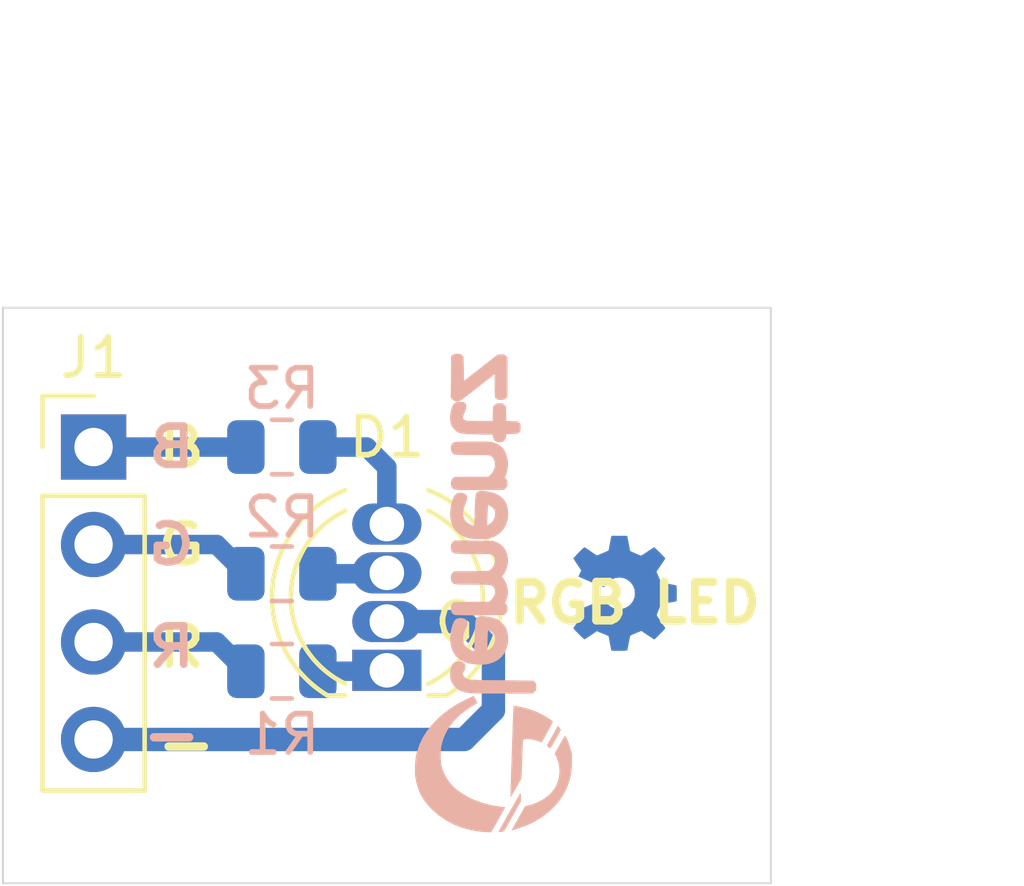
<source format=kicad_pcb>
(kicad_pcb (version 20171130) (host pcbnew 5.1.5-52549c5~86~ubuntu16.04.1)

  (general
    (thickness 1.6)
    (drawings 16)
    (tracks 19)
    (zones 0)
    (modules 9)
    (nets 8)
  )

  (page A4)
  (title_block
    (title "DIP 3 Color LED Module ")
    (date 2020-10-09)
    (rev V1.0)
    (company "Elementz Engineers Guild Pvt Ltd")
    (comment 1 "Verified by : Jerryl")
    (comment 2 "Drawn by : Anandu")
  )

  (layers
    (0 F.Cu signal)
    (31 B.Cu signal)
    (32 B.Adhes user hide)
    (33 F.Adhes user hide)
    (34 B.Paste user)
    (35 F.Paste user)
    (36 B.SilkS user)
    (37 F.SilkS user)
    (38 B.Mask user)
    (39 F.Mask user)
    (40 Dwgs.User user)
    (41 Cmts.User user)
    (42 Eco1.User user hide)
    (43 Eco2.User user hide)
    (44 Edge.Cuts user)
    (45 Margin user hide)
    (46 B.CrtYd user hide)
    (47 F.CrtYd user hide)
    (48 B.Fab user hide)
    (49 F.Fab user hide)
  )

  (setup
    (last_trace_width 0.508)
    (trace_clearance 0.2)
    (zone_clearance 0.508)
    (zone_45_only no)
    (trace_min 0.2)
    (via_size 0.8)
    (via_drill 0.4)
    (via_min_size 0.4)
    (via_min_drill 0.3)
    (uvia_size 0.3)
    (uvia_drill 0.1)
    (uvias_allowed no)
    (uvia_min_size 0.2)
    (uvia_min_drill 0.1)
    (edge_width 0.05)
    (segment_width 0.2)
    (pcb_text_width 0.3)
    (pcb_text_size 1.5 1.5)
    (mod_edge_width 0.12)
    (mod_text_size 1 1)
    (mod_text_width 0.15)
    (pad_size 1.524 1.524)
    (pad_drill 0.762)
    (pad_to_mask_clearance 0)
    (aux_axis_origin 0 0)
    (visible_elements FFFFFF7F)
    (pcbplotparams
      (layerselection 0x010f4_fffffffe)
      (usegerberextensions false)
      (usegerberattributes true)
      (usegerberadvancedattributes true)
      (creategerberjobfile true)
      (excludeedgelayer true)
      (linewidth 0.100000)
      (plotframeref false)
      (viasonmask false)
      (mode 1)
      (useauxorigin false)
      (hpglpennumber 1)
      (hpglpenspeed 20)
      (hpglpendiameter 15.000000)
      (psnegative false)
      (psa4output false)
      (plotreference true)
      (plotvalue false)
      (plotinvisibletext false)
      (padsonsilk false)
      (subtractmaskfromsilk false)
      (outputformat 3)
      (mirror false)
      (drillshape 0)
      (scaleselection 1)
      (outputdirectory "DXF09102020"))
  )

  (net 0 "")
  (net 1 "Net-(D1-Pad4)")
  (net 2 "Net-(D1-Pad3)")
  (net 3 GND)
  (net 4 "Net-(D1-Pad1)")
  (net 5 /R)
  (net 6 /G)
  (net 7 /B)

  (net_class Default "This is the default net class."
    (clearance 0.2)
    (trace_width 0.508)
    (via_dia 0.8)
    (via_drill 0.4)
    (uvia_dia 0.3)
    (uvia_drill 0.1)
    (add_net /B)
    (add_net /G)
    (add_net /R)
    (add_net "Net-(D1-Pad1)")
    (add_net "Net-(D1-Pad3)")
    (add_net "Net-(D1-Pad4)")
  )

  (net_class GND ""
    (clearance 0.2)
    (trace_width 0.6096)
    (via_dia 0.8)
    (via_drill 0.4)
    (uvia_dia 0.3)
    (uvia_drill 0.1)
    (add_net GND)
  )

  (module Logo:logo1 (layer B.Cu) (tedit 0) (tstamp 5F809C56)
    (at 141.986 98.171 90)
    (fp_text reference G*** (at 0 0 270) (layer B.SilkS) hide
      (effects (font (size 1.524 1.524) (thickness 0.3)) (justify mirror))
    )
    (fp_text value LOGO (at 0.75 0 270) (layer B.SilkS) hide
      (effects (font (size 1.524 1.524) (thickness 0.3)) (justify mirror))
    )
    (fp_poly (pts (xy -5.577609 0.288045) (xy -5.573084 0.255652) (xy -5.567141 0.209238) (xy -5.563307 0.1778)
      (xy -5.523404 -0.065291) (xy -5.463799 -0.294458) (xy -5.38483 -0.508863) (xy -5.286833 -0.707668)
      (xy -5.170148 -0.890035) (xy -5.093944 -0.98806) (xy -4.989551 -1.095173) (xy -4.866913 -1.190178)
      (xy -4.731724 -1.269451) (xy -4.58968 -1.329371) (xy -4.52755 -1.348381) (xy -4.440989 -1.365376)
      (xy -4.337916 -1.375513) (xy -4.226276 -1.378802) (xy -4.11401 -1.375253) (xy -4.009061 -1.36488)
      (xy -3.919372 -1.347691) (xy -3.918802 -1.347542) (xy -3.745271 -1.290696) (xy -3.582443 -1.213037)
      (xy -3.429461 -1.113872) (xy -3.285468 -0.992513) (xy -3.149607 -0.848268) (xy -3.021024 -0.680445)
      (xy -2.941568 -0.559403) (xy -2.854337 -0.418682) (xy -2.770194 -0.465208) (xy -2.729353 -0.487935)
      (xy -2.698133 -0.505582) (xy -2.682341 -0.514861) (xy -2.681594 -0.515381) (xy -2.685309 -0.527428)
      (xy -2.698449 -0.558359) (xy -2.719253 -0.604257) (xy -2.74596 -0.661202) (xy -2.765247 -0.701452)
      (xy -2.869663 -0.902353) (xy -2.979661 -1.082913) (xy -3.098606 -1.24809) (xy -3.229862 -1.402848)
      (xy -3.27025 -1.446006) (xy -3.432617 -1.601618) (xy -3.599558 -1.732909) (xy -3.772609 -1.840774)
      (xy -3.9533 -1.926109) (xy -4.143165 -1.989809) (xy -4.2418 -2.013779) (xy -4.287953 -2.021052)
      (xy -4.351878 -2.027611) (xy -4.427335 -2.033177) (xy -4.508084 -2.03747) (xy -4.587883 -2.04021)
      (xy -4.660491 -2.041118) (xy -4.719668 -2.039915) (xy -4.75615 -2.036816) (xy -4.93853 -2.001392)
      (xy -5.102125 -1.952567) (xy -5.250844 -1.888351) (xy -5.388595 -1.806755) (xy -5.519287 -1.705787)
      (xy -5.646828 -1.583459) (xy -5.647116 -1.583157) (xy -5.79331 -1.412708) (xy -5.917499 -1.231337)
      (xy -6.02017 -1.037989) (xy -6.101809 -0.831612) (xy -6.162903 -0.61115) (xy -6.203729 -0.377174)
      (xy -6.211671 -0.307751) (xy -6.218022 -0.237654) (xy -6.222015 -0.176267) (xy -6.223 -0.141613)
      (xy -6.223 -0.055927) (xy -5.902572 0.123625) (xy -5.820791 0.169332) (xy -5.746563 0.210589)
      (xy -5.682668 0.24587) (xy -5.631885 0.273648) (xy -5.596992 0.292397) (xy -5.580768 0.300591)
      (xy -5.579957 0.300814) (xy -5.577609 0.288045)) (layer B.SilkS) (width 0.01))
    (fp_poly (pts (xy -2.389938 1.110207) (xy -2.358606 1.105521) (xy -2.336258 1.094859) (xy -2.314864 1.076051)
      (xy -2.27965 1.040851) (xy -2.27247 0.225151) (xy -2.270946 0.055821) (xy -2.269485 -0.090079)
      (xy -2.267957 -0.214522) (xy -2.26623 -0.319476) (xy -2.264174 -0.406913) (xy -2.261657 -0.478803)
      (xy -2.258548 -0.537117) (xy -2.254717 -0.583824) (xy -2.250033 -0.620896) (xy -2.244363 -0.650302)
      (xy -2.237578 -0.674014) (xy -2.229547 -0.694001) (xy -2.220137 -0.712235) (xy -2.209219 -0.730685)
      (xy -2.208878 -0.731244) (xy -2.173598 -0.770455) (xy -2.128571 -0.794915) (xy -2.097851 -0.8001)
      (xy -2.074736 -0.793271) (xy -2.041514 -0.776003) (xy -2.025678 -0.765907) (xy -1.970738 -0.739125)
      (xy -1.914521 -0.72967) (xy -1.863476 -0.737565) (xy -1.82405 -0.762833) (xy -1.821961 -0.765174)
      (xy -1.794181 -0.814591) (xy -1.781245 -0.875385) (xy -1.782962 -0.939365) (xy -1.79914 -0.998342)
      (xy -1.828465 -1.043018) (xy -1.873112 -1.0736) (xy -1.936237 -1.097948) (xy -2.011397 -1.114754)
      (xy -2.092152 -1.122706) (xy -2.172061 -1.120495) (xy -2.195226 -1.117606) (xy -2.274871 -1.101026)
      (xy -2.33866 -1.07541) (xy -2.395708 -1.03596) (xy -2.449816 -0.983601) (xy -2.493641 -0.933369)
      (xy -2.523 -0.88987) (xy -2.543455 -0.844219) (xy -2.550674 -0.822445) (xy -2.562208 -0.784641)
      (xy -2.572118 -0.750255) (xy -2.580529 -0.717093) (xy -2.587564 -0.682961) (xy -2.593347 -0.645667)
      (xy -2.598002 -0.603017) (xy -2.601654 -0.552816) (xy -2.604425 -0.492873) (xy -2.606442 -0.420992)
      (xy -2.607826 -0.334982) (xy -2.608702 -0.232647) (xy -2.609195 -0.111795) (xy -2.609428 0.029767)
      (xy -2.609525 0.194234) (xy -2.609535 0.218808) (xy -2.60985 1.028165) (xy -2.568331 1.069708)
      (xy -2.544368 1.091786) (xy -2.522356 1.104247) (xy -2.493765 1.109819) (xy -2.45007 1.111228)
      (xy -2.438445 1.11125) (xy -2.389938 1.110207)) (layer B.SilkS) (width 0.01))
    (fp_poly (pts (xy -1.064438 0.37023) (xy -0.969219 0.348238) (xy -0.888984 0.315094) (xy -0.882214 0.311278)
      (xy -0.830247 0.273437) (xy -0.775349 0.221106) (xy -0.725463 0.162751) (xy -0.68853 0.106836)
      (xy -0.686196 0.102377) (xy -0.658624 0.036889) (xy -0.635422 -0.040096) (xy -0.617475 -0.122621)
      (xy -0.605666 -0.204725) (xy -0.60088 -0.280452) (xy -0.603999 -0.343842) (xy -0.613962 -0.384632)
      (xy -0.624249 -0.406509) (xy -0.636706 -0.424303) (xy -0.65398 -0.438546) (xy -0.67872 -0.449769)
      (xy -0.713574 -0.458503) (xy -0.761189 -0.46528) (xy -0.824214 -0.470632) (xy -0.905296 -0.475089)
      (xy -1.007085 -0.479183) (xy -1.101271 -0.482423) (xy -1.197216 -0.485598) (xy -1.285198 -0.488489)
      (xy -1.361938 -0.49099) (xy -1.42416 -0.492994) (xy -1.468584 -0.494395) (xy -1.491934 -0.495088)
      (xy -1.494402 -0.495142) (xy -1.503647 -0.505095) (xy -1.501335 -0.531118) (xy -1.48971 -0.567958)
      (xy -1.471018 -0.610363) (xy -1.447501 -0.653079) (xy -1.421406 -0.690853) (xy -1.401339 -0.712925)
      (xy -1.351115 -0.752961) (xy -1.299942 -0.777619) (xy -1.23961 -0.789782) (xy -1.17475 -0.792447)
      (xy -1.121292 -0.790985) (xy -1.078556 -0.785468) (xy -1.036518 -0.773594) (xy -0.985151 -0.753059)
      (xy -0.9652 -0.744324) (xy -0.896125 -0.714323) (xy -0.845256 -0.694221) (xy -0.807886 -0.682958)
      (xy -0.77931 -0.679468) (xy -0.754822 -0.682688) (xy -0.730408 -0.691265) (xy -0.686041 -0.72267)
      (xy -0.659147 -0.772503) (xy -0.649732 -0.84075) (xy -0.651474 -0.880622) (xy -0.661627 -0.937747)
      (xy -0.68311 -0.979679) (xy -0.72061 -1.012416) (xy -0.776905 -1.041137) (xy -0.905304 -1.084918)
      (xy -1.044883 -1.112358) (xy -1.186298 -1.122078) (xy -1.28905 -1.116786) (xy -1.417439 -1.091704)
      (xy -1.530007 -1.046768) (xy -1.626485 -0.982205) (xy -1.706607 -0.89824) (xy -1.770102 -0.795099)
      (xy -1.816678 -0.6731) (xy -1.832284 -0.602307) (xy -1.843776 -0.5161) (xy -1.850893 -0.421691)
      (xy -1.853372 -0.326291) (xy -1.85095 -0.237111) (xy -1.84395 -0.167209) (xy -1.500193 -0.167209)
      (xy -1.235872 -0.158183) (xy -1.156762 -0.15534) (xy -1.086743 -0.152552) (xy -1.029609 -0.149993)
      (xy -0.989157 -0.147837) (xy -0.969182 -0.146256) (xy -0.967757 -0.145927) (xy -0.965789 -0.129025)
      (xy -0.977257 -0.098932) (xy -0.999042 -0.061725) (xy -1.028027 -0.023476) (xy -1.034222 -0.016448)
      (xy -1.065542 0.016332) (xy -1.09089 0.034656) (xy -1.120579 0.043562) (xy -1.16492 0.048089)
      (xy -1.166532 0.048206) (xy -1.256178 0.043285) (xy -1.337779 0.016473) (xy -1.407638 -0.030241)
      (xy -1.462052 -0.094871) (xy -1.474745 -0.117327) (xy -1.500193 -0.167209) (xy -1.84395 -0.167209)
      (xy -1.843364 -0.161363) (xy -1.83658 -0.126767) (xy -1.79434 0.002536) (xy -1.736859 0.111828)
      (xy -1.663179 0.202099) (xy -1.572341 0.274343) (xy -1.463387 0.329552) (xy -1.364962 0.361492)
      (xy -1.269812 0.377638) (xy -1.167136 0.38029) (xy -1.064438 0.37023)) (layer B.SilkS) (width 0.01))
    (fp_poly (pts (xy 2.201658 0.370843) (xy 2.31393 0.340411) (xy 2.410865 0.289768) (xy 2.492406 0.218975)
      (xy 2.558492 0.128097) (xy 2.609065 0.017195) (xy 2.644066 -0.113668) (xy 2.661601 -0.241364)
      (xy 2.664812 -0.301273) (xy 2.66158 -0.34509) (xy 2.651196 -0.381467) (xy 2.649876 -0.384696)
      (xy 2.63961 -0.406556) (xy 2.627164 -0.424337) (xy 2.609891 -0.438569) (xy 2.585145 -0.449784)
      (xy 2.550277 -0.458513) (xy 2.502641 -0.465288) (xy 2.439588 -0.470637) (xy 2.358472 -0.475094)
      (xy 2.256645 -0.479189) (xy 2.162629 -0.482423) (xy 2.066684 -0.485598) (xy 1.978702 -0.488489)
      (xy 1.901962 -0.49099) (xy 1.83974 -0.492994) (xy 1.795316 -0.494395) (xy 1.771966 -0.495088)
      (xy 1.769498 -0.495142) (xy 1.760253 -0.505095) (xy 1.762565 -0.531118) (xy 1.77419 -0.567958)
      (xy 1.792882 -0.610363) (xy 1.816399 -0.653079) (xy 1.842494 -0.690853) (xy 1.862561 -0.712925)
      (xy 1.930298 -0.761665) (xy 2.006457 -0.789224) (xy 2.092398 -0.795648) (xy 2.18948 -0.78098)
      (xy 2.299063 -0.745268) (xy 2.338396 -0.728786) (xy 2.415678 -0.699399) (xy 2.477123 -0.686922)
      (xy 2.525702 -0.691192) (xy 2.564385 -0.712047) (xy 2.569061 -0.71617) (xy 2.596211 -0.756633)
      (xy 2.61156 -0.811299) (xy 2.614867 -0.871756) (xy 2.605892 -0.929591) (xy 2.584394 -0.976391)
      (xy 2.576756 -0.985679) (xy 2.531183 -1.020292) (xy 2.465247 -1.051567) (xy 2.383885 -1.078423)
      (xy 2.292034 -1.099778) (xy 2.194632 -1.114552) (xy 2.096614 -1.121663) (xy 2.002917 -1.120029)
      (xy 1.97485 -1.117505) (xy 1.846539 -1.092571) (xy 1.734102 -1.047815) (xy 1.63765 -0.983336)
      (xy 1.557297 -0.89923) (xy 1.493152 -0.795593) (xy 1.44533 -0.672524) (xy 1.440026 -0.65405)
      (xy 1.42773 -0.592383) (xy 1.4188 -0.51321) (xy 1.413401 -0.423872) (xy 1.411699 -0.331711)
      (xy 1.413863 -0.24407) (xy 1.420057 -0.168289) (xy 1.420239 -0.167209) (xy 1.763707 -0.167209)
      (xy 2.028028 -0.158183) (xy 2.107224 -0.155288) (xy 2.177408 -0.152359) (xy 2.234765 -0.149585)
      (xy 2.275479 -0.147156) (xy 2.295731 -0.14526) (xy 2.297234 -0.144836) (xy 2.296892 -0.130107)
      (xy 2.285932 -0.101863) (xy 2.268018 -0.067596) (xy 2.24681 -0.034798) (xy 2.237797 -0.023256)
      (xy 2.188993 0.02073) (xy 2.13118 0.044426) (xy 2.067555 0.050522) (xy 1.981885 0.038189)
      (xy 1.903623 0.003832) (xy 1.837502 -0.049682) (xy 1.78874 -0.118529) (xy 1.763707 -0.167209)
      (xy 1.420239 -0.167209) (xy 1.427949 -0.12147) (xy 1.469124 0.004408) (xy 1.529287 0.114034)
      (xy 1.607063 0.206338) (xy 1.701078 0.280252) (xy 1.809958 0.334708) (xy 1.93233 0.368637)
      (xy 2.066817 0.38097) (xy 2.07411 0.381) (xy 2.201658 0.370843)) (layer B.SilkS) (width 0.01))
    (fp_poly (pts (xy 4.366501 0.703804) (xy 4.397832 0.69911) (xy 4.420189 0.688433) (xy 4.441536 0.669672)
      (xy 4.456529 0.653511) (xy 4.466696 0.637018) (xy 4.47316 0.61489) (xy 4.477045 0.581825)
      (xy 4.479472 0.532519) (xy 4.480962 0.483491) (xy 4.485174 0.332488) (xy 4.674414 0.328169)
      (xy 4.863653 0.32385) (xy 4.905151 0.282331) (xy 4.927977 0.257263) (xy 4.940443 0.234028)
      (xy 4.945637 0.203427) (xy 4.94665 0.15875) (xy 4.945522 0.112484) (xy 4.940079 0.082388)
      (xy 4.927231 0.059264) (xy 4.905151 0.03517) (xy 4.863653 -0.00635) (xy 4.673376 -0.010689)
      (xy 4.4831 -0.015029) (xy 4.48317 -0.340889) (xy 4.483596 -0.455304) (xy 4.485064 -0.547115)
      (xy 4.487941 -0.619111) (xy 4.492595 -0.674079) (xy 4.499393 -0.714809) (xy 4.508703 -0.744087)
      (xy 4.520893 -0.764702) (xy 4.536329 -0.779441) (xy 4.541455 -0.783007) (xy 4.573855 -0.794722)
      (xy 4.615414 -0.791372) (xy 4.669729 -0.772258) (xy 4.71805 -0.748712) (xy 4.761461 -0.73169)
      (xy 4.814148 -0.718701) (xy 4.839379 -0.715072) (xy 4.882541 -0.712383) (xy 4.910884 -0.716535)
      (xy 4.934596 -0.729912) (xy 4.947329 -0.740312) (xy 4.966029 -0.757962) (xy 4.977171 -0.77577)
      (xy 4.982703 -0.800703) (xy 4.984574 -0.839729) (xy 4.98475 -0.874177) (xy 4.983902 -0.92686)
      (xy 4.980231 -0.961419) (xy 4.972048 -0.985103) (xy 4.957662 -1.005163) (xy 4.953 -1.010351)
      (xy 4.910477 -1.045499) (xy 4.852392 -1.073832) (xy 4.775183 -1.096798) (xy 4.706146 -1.110755)
      (xy 4.64578 -1.120862) (xy 4.601784 -1.126408) (xy 4.565577 -1.127592) (xy 4.52858 -1.12461)
      (xy 4.482213 -1.117662) (xy 4.472981 -1.116134) (xy 4.395518 -1.09653) (xy 4.330974 -1.063206)
      (xy 4.275678 -1.017775) (xy 4.244196 -0.985933) (xy 4.218402 -0.95405) (xy 4.19768 -0.919211)
      (xy 4.181416 -0.878501) (xy 4.168993 -0.829002) (xy 4.159797 -0.767799) (xy 4.153213 -0.691976)
      (xy 4.148625 -0.598617) (xy 4.14542 -0.484806) (xy 4.143678 -0.391981) (xy 4.137487 -0.015612)
      (xy 4.077585 -0.007666) (xy 4.025625 0.005907) (xy 3.98547 0.034068) (xy 3.980516 0.039074)
      (xy 3.959782 0.063594) (xy 3.948574 0.08807) (xy 3.944055 0.121682) (xy 3.94335 0.15934)
      (xy 3.94457 0.20574) (xy 3.950181 0.235872) (xy 3.963106 0.258828) (xy 3.981979 0.279441)
      (xy 4.017835 0.30725) (xy 4.061198 0.322027) (xy 4.085728 0.325783) (xy 4.150848 0.333495)
      (xy 4.155049 0.483994) (xy 4.157122 0.548306) (xy 4.159845 0.592537) (xy 4.164347 0.622005)
      (xy 4.171755 0.642025) (xy 4.183197 0.657912) (xy 4.194463 0.669672) (xy 4.21601 0.688573)
      (xy 4.238414 0.69918) (xy 4.269872 0.703828) (xy 4.318 0.70485) (xy 4.366501 0.703804)) (layer B.SilkS) (width 0.01))
    (fp_poly (pts (xy 1.00757 0.355986) (xy 1.11191 0.3179) (xy 1.199011 0.261669) (xy 1.269662 0.186752)
      (xy 1.324652 0.092606) (xy 1.335608 0.067086) (xy 1.34304 0.048045) (xy 1.349135 0.029528)
      (xy 1.354049 0.008861) (xy 1.357934 -0.016626) (xy 1.360946 -0.049606) (xy 1.363238 -0.09275)
      (xy 1.364964 -0.148731) (xy 1.366277 -0.22022) (xy 1.367333 -0.309889) (xy 1.368285 -0.42041)
      (xy 1.368974 -0.511895) (xy 1.372698 -1.017441) (xy 1.328969 -1.06117) (xy 1.300625 -1.086763)
      (xy 1.274817 -1.099821) (xy 1.240697 -1.104454) (xy 1.213489 -1.1049) (xy 1.163856 -1.101165)
      (xy 1.119685 -1.091533) (xy 1.103268 -1.085006) (xy 1.084632 -1.07435) (xy 1.069386 -1.061864)
      (xy 1.057189 -1.045052) (xy 1.047702 -1.021421) (xy 1.040588 -0.988476) (xy 1.035506 -0.943724)
      (xy 1.032118 -0.884669) (xy 1.030084 -0.808817) (xy 1.029066 -0.713675) (xy 1.028723 -0.596748)
      (xy 1.0287 -0.536498) (xy 1.028655 -0.418726) (xy 1.028416 -0.323541) (xy 1.02782 -0.24813)
      (xy 1.026705 -0.189679) (xy 1.024912 -0.145376) (xy 1.022279 -0.112407) (xy 1.018645 -0.087959)
      (xy 1.013848 -0.06922) (xy 1.007728 -0.053376) (xy 1.000125 -0.037615) (xy 0.975385 0.00216)
      (xy 0.946011 0.025884) (xy 0.920287 0.036774) (xy 0.851433 0.047851) (xy 0.779207 0.037441)
      (xy 0.709331 0.007771) (xy 0.647526 -0.03893) (xy 0.6096 -0.084252) (xy 0.57785 -0.13142)
      (xy 0.5715 -0.581119) (xy 0.56515 -1.030819) (xy 0.523674 -1.067859) (xy 0.494128 -1.090414)
      (xy 0.464126 -1.101494) (xy 0.422404 -1.104832) (xy 0.411918 -1.1049) (xy 0.36365 -1.101175)
      (xy 0.319989 -1.091648) (xy 0.303168 -1.085006) (xy 0.284477 -1.074307) (xy 0.269195 -1.061755)
      (xy 0.256981 -1.044845) (xy 0.247492 -1.021075) (xy 0.240387 -0.987941) (xy 0.235321 -0.94294)
      (xy 0.231954 -0.883568) (xy 0.229943 -0.807322) (xy 0.228945 -0.711698) (xy 0.228619 -0.594194)
      (xy 0.2286 -0.53975) (xy 0.228481 -0.41516) (xy 0.227911 -0.313295) (xy 0.226563 -0.231481)
      (xy 0.224115 -0.167042) (xy 0.220242 -0.117305) (xy 0.21462 -0.079594) (xy 0.206925 -0.051235)
      (xy 0.196832 -0.029552) (xy 0.184018 -0.011873) (xy 0.168157 0.004479) (xy 0.161936 0.010283)
      (xy 0.121298 0.034151) (xy 0.061917 0.04641) (xy 0.061875 0.046415) (xy 0.017586 0.048463)
      (xy -0.018468 0.04233) (xy -0.058832 0.025326) (xy -0.074834 0.017082) (xy -0.120533 -0.011963)
      (xy -0.163205 -0.047115) (xy -0.182784 -0.067826) (xy -0.22225 -0.116602) (xy -0.23495 -1.030822)
      (xy -0.276426 -1.067861) (xy -0.305099 -1.089944) (xy -0.333967 -1.101059) (xy -0.373817 -1.104697)
      (xy -0.390726 -1.104852) (xy -0.457466 -1.098388) (xy -0.504134 -1.080059) (xy -0.543226 -1.041902)
      (xy -0.558802 -1.007082) (xy -0.562474 -0.983014) (xy -0.565399 -0.938054) (xy -0.567589 -0.871474)
      (xy -0.569055 -0.782549) (xy -0.569809 -0.670553) (xy -0.56986 -0.534759) (xy -0.569221 -0.37444)
      (xy -0.569019 -0.340549) (xy -0.56515 0.277751) (xy -0.528321 0.316183) (xy -0.486971 0.345066)
      (xy -0.435244 0.36122) (xy -0.380322 0.364613) (xy -0.329388 0.355214) (xy -0.289626 0.33299)
      (xy -0.276322 0.317291) (xy -0.265751 0.30347) (xy -0.252932 0.301187) (xy -0.229619 0.310613)
      (xy -0.213732 0.318607) (xy -0.108056 0.358681) (xy 0.003281 0.375316) (xy 0.116894 0.368809)
      (xy 0.2294 0.339455) (xy 0.337413 0.28755) (xy 0.368303 0.267716) (xy 0.407128 0.241829)
      (xy 0.431064 0.228891) (xy 0.44599 0.227223) (xy 0.457782 0.235146) (xy 0.462987 0.240679)
      (xy 0.50972 0.27863) (xy 0.575095 0.313321) (xy 0.652378 0.342586) (xy 0.734835 0.36426)
      (xy 0.815732 0.376177) (xy 0.885201 0.376469) (xy 1.00757 0.355986)) (layer B.SilkS) (width 0.01))
    (fp_poly (pts (xy 3.473137 0.368897) (xy 3.601163 0.338007) (xy 3.6957 0.29799) (xy 3.777034 0.244742)
      (xy 3.841893 0.175992) (xy 3.892421 0.088997) (xy 3.923148 0.00709) (xy 3.930214 -0.017171)
      (xy 3.935906 -0.041417) (xy 3.940372 -0.068623) (xy 3.94376 -0.101765) (xy 3.946217 -0.143817)
      (xy 3.94789 -0.197754) (xy 3.948926 -0.266549) (xy 3.949473 -0.353178) (xy 3.949679 -0.460616)
      (xy 3.9497 -0.528795) (xy 3.949558 -0.657334) (xy 3.948911 -0.762946) (xy 3.947427 -0.848105)
      (xy 3.944776 -0.915283) (xy 3.940624 -0.966954) (xy 3.934642 -1.005591) (xy 3.926497 -1.033667)
      (xy 3.915858 -1.053654) (xy 3.902393 -1.068026) (xy 3.88577 -1.079257) (xy 3.875131 -1.085006)
      (xy 3.821093 -1.102325) (xy 3.7624 -1.104201) (xy 3.705714 -1.092285) (xy 3.657696 -1.068231)
      (xy 3.625009 -1.03369) (xy 3.619183 -1.021517) (xy 3.616007 -1.000522) (xy 3.613183 -0.956869)
      (xy 3.610784 -0.8933) (xy 3.608885 -0.812556) (xy 3.607558 -0.717377) (xy 3.606876 -0.610505)
      (xy 3.6068 -0.558799) (xy 3.606379 -0.428436) (xy 3.605141 -0.317433) (xy 3.603123 -0.227026)
      (xy 3.600359 -0.158449) (xy 3.596886 -0.112937) (xy 3.593254 -0.092901) (xy 3.557904 -0.031772)
      (xy 3.50493 0.011281) (xy 3.434148 0.036366) (xy 3.35915 0.043646) (xy 3.263167 0.032524)
      (xy 3.17549 -0.001665) (xy 3.09948 -0.057469) (xy 3.080886 -0.076614) (xy 3.0353 -0.127073)
      (xy 3.0353 -0.558009) (xy 3.034936 -0.669431) (xy 3.033895 -0.770388) (xy 3.032249 -0.858145)
      (xy 3.030072 -0.929966) (xy 3.027435 -0.983116) (xy 3.024414 -1.014861) (xy 3.022916 -1.021517)
      (xy 2.996088 -1.059045) (xy 2.952096 -1.086424) (xy 2.89767 -1.102127) (xy 2.83954 -1.104623)
      (xy 2.784435 -1.092386) (xy 2.761237 -1.080954) (xy 2.72968 -1.053913) (xy 2.70738 -1.021474)
      (xy 2.706912 -1.020375) (xy 2.703212 -1.004118) (xy 2.700194 -0.973876) (xy 2.697833 -0.928096)
      (xy 2.696101 -0.86523) (xy 2.69497 -0.783728) (xy 2.694414 -0.682039) (xy 2.694405 -0.558614)
      (xy 2.694917 -0.411903) (xy 2.695224 -0.352948) (xy 2.69875 0.27775) (xy 2.735579 0.316183)
      (xy 2.778274 0.345933) (xy 2.831349 0.362003) (xy 2.887456 0.364364) (xy 2.939249 0.352994)
      (xy 2.979381 0.327865) (xy 2.988461 0.317056) (xy 2.998769 0.304622) (xy 3.011119 0.300416)
      (xy 3.032102 0.304891) (xy 3.068311 0.318503) (xy 3.080576 0.323411) (xy 3.208691 0.36177)
      (xy 3.340929 0.376875) (xy 3.473137 0.368897)) (layer B.SilkS) (width 0.01))
    (fp_poly (pts (xy 6.187279 0.318978) (xy 6.20796 0.293786) (xy 6.218913 0.27117) (xy 6.222506 0.242148)
      (xy 6.22111 0.197738) (xy 6.22078 0.191978) (xy 6.215886 0.10795) (xy 5.526698 -0.76835)
      (xy 5.844162 -0.7747) (xy 6.161627 -0.78105) (xy 6.2 -0.824022) (xy 6.220337 -0.848696)
      (xy 6.23132 -0.870808) (xy 6.235172 -0.899011) (xy 6.234115 -0.941959) (xy 6.233443 -0.954263)
      (xy 6.228687 -1.006168) (xy 6.220127 -1.040256) (xy 6.205589 -1.064057) (xy 6.200013 -1.070041)
      (xy 6.171515 -1.09855) (xy 5.632749 -1.102119) (xy 5.093983 -1.105689) (xy 5.0548 -1.070369)
      (xy 5.019659 -1.022115) (xy 5.004791 -0.960324) (xy 5.009086 -0.896552) (xy 5.016182 -0.878623)
      (xy 5.0333 -0.849513) (xy 5.06136 -0.807965) (xy 5.101284 -0.752723) (xy 5.153993 -0.682534)
      (xy 5.220408 -0.596141) (xy 5.301452 -0.49229) (xy 5.366169 -0.410067) (xy 5.714872 0.03175)
      (xy 5.103152 0.04445) (xy 5.072526 0.080084) (xy 5.054881 0.105231) (xy 5.045531 0.13414)
      (xy 5.042124 0.175812) (xy 5.0419 0.197358) (xy 5.043303 0.244703) (xy 5.049416 0.276195)
      (xy 5.063092 0.301312) (xy 5.078958 0.320475) (xy 5.116016 0.36195) (xy 6.148883 0.36195)
      (xy 6.187279 0.318978)) (layer B.SilkS) (width 0.01))
    (fp_poly (pts (xy -5.27366 0.710098) (xy -5.238394 0.707168) (xy -5.220849 0.70298) (xy -5.219929 0.701675)
      (xy -5.230612 0.694137) (xy -5.260776 0.675772) (xy -5.307713 0.648113) (xy -5.368713 0.612692)
      (xy -5.441069 0.571042) (xy -5.522071 0.524697) (xy -5.609011 0.475187) (xy -5.69918 0.424046)
      (xy -5.78987 0.372807) (xy -5.87837 0.323002) (xy -5.961974 0.276164) (xy -6.037971 0.233825)
      (xy -6.103654 0.197518) (xy -6.156313 0.168775) (xy -6.193239 0.14913) (xy -6.211725 0.140114)
      (xy -6.213171 0.1397) (xy -6.215894 0.151012) (xy -6.215317 0.17981) (xy -6.213604 0.200025)
      (xy -6.207011 0.238727) (xy -6.197545 0.267278) (xy -6.192939 0.274231) (xy -6.178768 0.283532)
      (xy -6.14507 0.303631) (xy -6.094519 0.332993) (xy -6.029793 0.370082) (xy -5.953567 0.413361)
      (xy -5.868519 0.461297) (xy -5.800059 0.499656) (xy -5.421568 0.7112) (xy -5.320634 0.7112)
      (xy -5.27366 0.710098)) (layer B.SilkS) (width 0.01))
    (fp_poly (pts (xy -3.330428 1.531409) (xy -3.308342 1.502624) (xy -3.279907 1.463223) (xy -3.266822 1.444481)
      (xy -3.179803 1.301902) (xy -3.101908 1.140786) (xy -3.035522 0.967086) (xy -2.98303 0.786754)
      (xy -2.958708 0.675291) (xy -2.948309 0.61825) (xy -2.940509 0.571159) (xy -2.936099 0.539117)
      (xy -2.935743 0.527284) (xy -2.948806 0.526225) (xy -2.985327 0.524426) (xy -3.043378 0.521958)
      (xy -3.121029 0.518892) (xy -3.216354 0.515298) (xy -3.327422 0.511249) (xy -3.452305 0.506815)
      (xy -3.589075 0.502067) (xy -3.735802 0.497076) (xy -3.890559 0.491913) (xy -3.937 0.490383)
      (xy -4.099134 0.485029) (xy -4.257781 0.479736) (xy -4.410532 0.474589) (xy -4.554976 0.469671)
      (xy -4.688703 0.465065) (xy -4.809305 0.460855) (xy -4.914369 0.457125) (xy -5.001488 0.453958)
      (xy -5.06825 0.451438) (xy -5.112245 0.449649) (xy -5.114925 0.44953) (xy -5.18014 0.447341)
      (xy -5.234642 0.446913) (xy -5.274077 0.448175) (xy -5.294094 0.451056) (xy -5.295708 0.45249)
      (xy -5.285047 0.461663) (xy -5.255338 0.481084) (xy -5.209811 0.508803) (xy -5.151696 0.542869)
      (xy -5.084223 0.581331) (xy -5.057583 0.596259) (xy -4.81965 0.728967) (xy -4.3434 0.745041)
      (xy -4.234893 0.748854) (xy -4.133616 0.752702) (xy -4.04256 0.756448) (xy -3.964717 0.759958)
      (xy -3.903076 0.763097) (xy -3.860628 0.765728) (xy -3.840364 0.767718) (xy -3.839845 0.767831)
      (xy -3.815931 0.784039) (xy -3.800501 0.809549) (xy -3.794486 0.849834) (xy -3.79607 0.90777)
      (xy -3.804403 0.977055) (xy -3.818636 1.051386) (xy -3.837918 1.124461) (xy -3.846523 1.150967)
      (xy -3.882704 1.255935) (xy -3.618015 1.40358) (xy -3.543433 1.444657) (xy -3.476058 1.480767)
      (xy -3.41908 1.510281) (xy -3.375686 1.531571) (xy -3.349068 1.54301) (xy -3.342228 1.544365)
      (xy -3.330428 1.531409)) (layer B.SilkS) (width 0.01))
    (fp_poly (pts (xy -4.23687 2.041841) (xy -4.183717 2.038539) (xy -4.1529 2.033539) (xy -4.02402 1.995152)
      (xy -3.91578 1.959711) (xy -3.829196 1.9276) (xy -3.765286 1.899203) (xy -3.725066 1.874907)
      (xy -3.718392 1.869091) (xy -3.726225 1.86058) (xy -3.753255 1.841811) (xy -3.79639 1.814705)
      (xy -3.852541 1.781184) (xy -3.918614 1.74317) (xy -3.943105 1.729387) (xy -4.176875 1.598561)
      (xy -4.269663 1.642903) (xy -4.401678 1.692712) (xy -4.538561 1.719667) (xy -4.676984 1.724246)
      (xy -4.813616 1.706931) (xy -4.945131 1.6682) (xy -5.068199 1.608534) (xy -5.179491 1.528411)
      (xy -5.201497 1.508618) (xy -5.298824 1.402194) (xy -5.384982 1.277228) (xy -5.45689 1.139255)
      (xy -5.511465 0.993812) (xy -5.532772 0.913552) (xy -5.552492 0.82623) (xy -5.851927 0.65759)
      (xy -5.944374 0.605536) (xy -6.017063 0.564679) (xy -6.072369 0.533756) (xy -6.112668 0.511502)
      (xy -6.140335 0.496655) (xy -6.157746 0.487949) (xy -6.167274 0.48412) (xy -6.171297 0.483906)
      (xy -6.172189 0.486041) (xy -6.1722 0.487155) (xy -6.168723 0.50122) (xy -6.159256 0.534575)
      (xy -6.145248 0.582222) (xy -6.128246 0.638835) (xy -6.047552 0.864292) (xy -5.946748 1.075069)
      (xy -5.826279 1.270429) (xy -5.686591 1.449634) (xy -5.55435 1.5875) (xy -5.404754 1.715094)
      (xy -5.246803 1.821001) (xy -5.077397 1.906844) (xy -4.893434 1.974246) (xy -4.7371 2.015226)
      (xy -4.688947 2.023196) (xy -4.624205 2.030053) (xy -4.548167 2.035631) (xy -4.466123 2.039765)
      (xy -4.383365 2.042289) (xy -4.305184 2.043036) (xy -4.23687 2.041841)) (layer B.SilkS) (width 0.01))
    (fp_poly (pts (xy -3.542988 1.745152) (xy -3.517607 1.72639) (xy -3.505523 1.716562) (xy -3.462355 1.680524)
      (xy -3.594903 1.606317) (xy -3.663141 1.567995) (xy -3.738632 1.525413) (xy -3.810031 1.484976)
      (xy -3.845931 1.464555) (xy -3.894423 1.437054) (xy -3.933896 1.414947) (xy -3.959701 1.400819)
      (xy -3.96738 1.397) (xy -3.977105 1.405235) (xy -3.99792 1.425873) (xy -4.006931 1.435184)
      (xy -4.030174 1.464542) (xy -4.0327 1.483327) (xy -4.030216 1.486665) (xy -4.015689 1.496533)
      (xy -3.98337 1.516051) (xy -3.937288 1.542956) (xy -3.881471 1.574986) (xy -3.819949 1.609875)
      (xy -3.756751 1.64536) (xy -3.695906 1.679178) (xy -3.641443 1.709065) (xy -3.597392 1.732757)
      (xy -3.56778 1.74799) (xy -3.556884 1.7526) (xy -3.542988 1.745152)) (layer B.SilkS) (width 0.01))
  )

  (module MountingHole:MountingHole_3mm (layer F.Cu) (tedit 5F8036E8) (tstamp 5F806C42)
    (at 146.21 102.729)
    (descr "Mounting Hole 3mm, no annular")
    (tags "mounting hole 3mm no annular")
    (path /5F802409)
    (attr virtual)
    (fp_text reference H1 (at 1.872 2.3) (layer F.Fab)
      (effects (font (size 1 1) (thickness 0.15)))
    )
    (fp_text value MountingHole (at 0 4) (layer F.Fab)
      (effects (font (size 1 1) (thickness 0.15)))
    )
    (fp_text user %R (at 0.3 0) (layer F.Fab)
      (effects (font (size 1 1) (thickness 0.15)))
    )
    (pad 1 np_thru_hole circle (at 0 0) (size 3 3) (drill 3) (layers *.Cu *.Mask))
  )

  (module MountingHole:MountingHole_3mm (layer F.Cu) (tedit 5F8036D5) (tstamp 5F806C4A)
    (at 146.21 93.729)
    (descr "Mounting Hole 3mm, no annular")
    (tags "mounting hole 3mm no annular")
    (path /5F802B5A)
    (attr virtual)
    (fp_text reference H2 (at 1.872 -2.162) (layer F.Fab)
      (effects (font (size 1 1) (thickness 0.15)))
    )
    (fp_text value MountingHole (at 0 4) (layer F.Fab)
      (effects (font (size 1 1) (thickness 0.15)))
    )
    (fp_text user %R (at 0.3 0) (layer F.Fab)
      (effects (font (size 1 1) (thickness 0.15)))
    )
    (pad 1 np_thru_hole circle (at 0 0) (size 3 3) (drill 3) (layers *.Cu *.Mask))
  )

  (module OSHW-logo:OSHW-logo_copper-back_3mm (layer B.Cu) (tedit 0) (tstamp 5F802A45)
    (at 145.415 98.171 90)
    (fp_text reference G*** (at 0 -1.59004 -90) (layer F.SilkS) hide
      (effects (font (size 0.13462 0.13462) (thickness 0.0254)))
    )
    (fp_text value OSHW-logo_copper-back_3mm (at 0 1.59004 -90) (layer F.SilkS) hide
      (effects (font (size 0.13462 0.13462) (thickness 0.0254)))
    )
    (fp_poly (pts (xy 0.90932 -1.3462) (xy 0.89154 -1.33858) (xy 0.85852 -1.31572) (xy 0.80772 -1.2827)
      (xy 0.7493 -1.2446) (xy 0.68834 -1.20396) (xy 0.64008 -1.17094) (xy 0.60452 -1.14808)
      (xy 0.59182 -1.14046) (xy 0.5842 -1.143) (xy 0.55626 -1.15824) (xy 0.51562 -1.17856)
      (xy 0.49022 -1.19126) (xy 0.45212 -1.2065) (xy 0.43434 -1.21158) (xy 0.4318 -1.2065)
      (xy 0.41656 -1.17602) (xy 0.39624 -1.12776) (xy 0.3683 -1.06172) (xy 0.33528 -0.98552)
      (xy 0.29972 -0.90424) (xy 0.2667 -0.82042) (xy 0.23368 -0.74168) (xy 0.2032 -0.66802)
      (xy 0.18034 -0.6096) (xy 0.1651 -0.56896) (xy 0.15748 -0.55118) (xy 0.16002 -0.54864)
      (xy 0.1778 -0.53086) (xy 0.21082 -0.50546) (xy 0.28194 -0.44704) (xy 0.35306 -0.36068)
      (xy 0.39624 -0.26162) (xy 0.40894 -0.14986) (xy 0.39878 -0.04826) (xy 0.35814 0.04826)
      (xy 0.28956 0.13716) (xy 0.20574 0.2032) (xy 0.10922 0.24384) (xy 0 0.25654)
      (xy -0.10414 0.24638) (xy -0.2032 0.20574) (xy -0.2921 0.1397) (xy -0.3302 0.09652)
      (xy -0.381 0.00508) (xy -0.41148 -0.0889) (xy -0.41402 -0.11176) (xy -0.40894 -0.21844)
      (xy -0.37846 -0.32004) (xy -0.32258 -0.40894) (xy -0.24638 -0.4826) (xy -0.23622 -0.49022)
      (xy -0.20066 -0.51816) (xy -0.17526 -0.53594) (xy -0.15748 -0.55118) (xy -0.2921 -0.87376)
      (xy -0.31242 -0.92456) (xy -0.35052 -1.01346) (xy -0.381 -1.08966) (xy -0.40894 -1.15062)
      (xy -0.42672 -1.19126) (xy -0.43434 -1.2065) (xy -0.44704 -1.20904) (xy -0.4699 -1.20142)
      (xy -0.51562 -1.17856) (xy -0.5461 -1.16332) (xy -0.57912 -1.14808) (xy -0.59436 -1.14046)
      (xy -0.6096 -1.14808) (xy -0.64262 -1.1684) (xy -0.68834 -1.20142) (xy -0.74676 -1.23952)
      (xy -0.80264 -1.27762) (xy -0.85344 -1.31064) (xy -0.889 -1.33604) (xy -0.90678 -1.34366)
      (xy -0.90932 -1.34366) (xy -0.9271 -1.33604) (xy -0.95504 -1.31064) (xy -0.99822 -1.27)
      (xy -1.06172 -1.20904) (xy -1.07188 -1.19888) (xy -1.12268 -1.14808) (xy -1.16332 -1.10236)
      (xy -1.19126 -1.07188) (xy -1.20142 -1.05918) (xy -1.19126 -1.0414) (xy -1.1684 -1.0033)
      (xy -1.13538 -0.9525) (xy -1.09474 -0.89154) (xy -0.98806 -0.7366) (xy -1.04648 -0.59182)
      (xy -1.06426 -0.5461) (xy -1.08712 -0.49022) (xy -1.1049 -0.45212) (xy -1.11252 -0.43434)
      (xy -1.1303 -0.42926) (xy -1.1684 -0.4191) (xy -1.22682 -0.40894) (xy -1.29794 -0.39624)
      (xy -1.36398 -0.38354) (xy -1.4224 -0.37084) (xy -1.46558 -0.36322) (xy -1.4859 -0.36068)
      (xy -1.49098 -0.3556) (xy -1.49352 -0.34798) (xy -1.49606 -0.32766) (xy -1.4986 -0.28956)
      (xy -1.4986 -0.23368) (xy -1.4986 -0.14986) (xy -1.4986 -0.14224) (xy -1.4986 -0.0635)
      (xy -1.49606 0) (xy -1.49352 0.0381) (xy -1.49098 0.05588) (xy -1.4732 0.06096)
      (xy -1.43002 0.06858) (xy -1.3716 0.08128) (xy -1.30048 0.09398) (xy -1.2954 0.09398)
      (xy -1.22428 0.10922) (xy -1.16586 0.12192) (xy -1.12268 0.12954) (xy -1.1049 0.13716)
      (xy -1.10236 0.14224) (xy -1.08712 0.17018) (xy -1.0668 0.21336) (xy -1.04394 0.2667)
      (xy -1.02108 0.32258) (xy -1.00076 0.37338) (xy -0.98806 0.40894) (xy -0.98298 0.42672)
      (xy -0.99314 0.4445) (xy -1.01854 0.48006) (xy -1.0541 0.53086) (xy -1.09474 0.59182)
      (xy -1.09728 0.5969) (xy -1.13792 0.65786) (xy -1.17094 0.70866) (xy -1.1938 0.74422)
      (xy -1.20142 0.75946) (xy -1.20142 0.762) (xy -1.18872 0.77978) (xy -1.15824 0.8128)
      (xy -1.11252 0.85852) (xy -1.06172 0.91186) (xy -1.04394 0.9271) (xy -0.98552 0.98552)
      (xy -0.94488 1.02108) (xy -0.91948 1.0414) (xy -0.90932 1.04648) (xy -0.90678 1.04648)
      (xy -0.889 1.03632) (xy -0.8509 1.01092) (xy -0.8001 0.97536) (xy -0.73914 0.93472)
      (xy -0.7366 0.93218) (xy -0.67564 0.89154) (xy -0.62484 0.85598) (xy -0.58928 0.83312)
      (xy -0.57404 0.8255) (xy -0.5715 0.8255) (xy -0.54864 0.83058) (xy -0.50546 0.84582)
      (xy -0.45212 0.86614) (xy -0.39624 0.889) (xy -0.34544 0.90932) (xy -0.30988 0.9271)
      (xy -0.2921 0.93726) (xy -0.28956 0.93726) (xy -0.28448 0.96012) (xy -0.27432 1.00584)
      (xy -0.26162 1.0668) (xy -0.24638 1.14046) (xy -0.24384 1.15062) (xy -0.23114 1.22428)
      (xy -0.22098 1.2827) (xy -0.21082 1.32334) (xy -0.20828 1.34112) (xy -0.19812 1.34112)
      (xy -0.16256 1.34366) (xy -0.10922 1.3462) (xy -0.04318 1.3462) (xy 0.02286 1.3462)
      (xy 0.0889 1.3462) (xy 0.14478 1.34366) (xy 0.18542 1.34112) (xy 0.2032 1.33604)
      (xy 0.20828 1.31318) (xy 0.21844 1.27) (xy 0.23114 1.2065) (xy 0.24638 1.13284)
      (xy 0.24892 1.12014) (xy 0.26162 1.04902) (xy 0.27432 0.9906) (xy 0.28194 0.94996)
      (xy 0.28702 0.93472) (xy 0.2921 0.93218) (xy 0.32258 0.91694) (xy 0.37084 0.89916)
      (xy 0.42926 0.87376) (xy 0.56642 0.81788) (xy 0.73406 0.93472) (xy 0.7493 0.94488)
      (xy 0.81026 0.98552) (xy 0.86106 1.01854) (xy 0.89662 1.0414) (xy 0.90932 1.04902)
      (xy 0.91186 1.04902) (xy 0.9271 1.03378) (xy 0.96012 1.0033) (xy 1.00584 0.95758)
      (xy 1.05918 0.90678) (xy 1.09982 0.86614) (xy 1.14554 0.82042) (xy 1.17348 0.7874)
      (xy 1.19126 0.76708) (xy 1.19634 0.75438) (xy 1.1938 0.74676) (xy 1.18364 0.72898)
      (xy 1.15824 0.69342) (xy 1.12522 0.64008) (xy 1.08458 0.58166) (xy 1.04902 0.53086)
      (xy 1.01346 0.47498) (xy 0.9906 0.43434) (xy 0.98044 0.41656) (xy 0.98298 0.4064)
      (xy 0.99568 0.37338) (xy 1.016 0.32512) (xy 1.0414 0.26416) (xy 1.09982 0.13208)
      (xy 1.18618 0.1143) (xy 1.23952 0.10414) (xy 1.31318 0.09144) (xy 1.3843 0.0762)
      (xy 1.49606 0.05588) (xy 1.4986 -0.34798) (xy 1.48082 -0.3556) (xy 1.46558 -0.36068)
      (xy 1.42494 -0.37084) (xy 1.36652 -0.381) (xy 1.29794 -0.3937) (xy 1.23698 -0.4064)
      (xy 1.17856 -0.41656) (xy 1.13538 -0.42418) (xy 1.1176 -0.42926) (xy 1.11252 -0.43434)
      (xy 1.09728 -0.46482) (xy 1.07696 -0.51054) (xy 1.0541 -0.56388) (xy 1.0287 -0.6223)
      (xy 1.00838 -0.6731) (xy 0.99314 -0.71374) (xy 0.98806 -0.73406) (xy 0.99568 -0.7493)
      (xy 1.01854 -0.78486) (xy 1.05156 -0.83566) (xy 1.0922 -0.89408) (xy 1.13284 -0.9525)
      (xy 1.16586 -1.0033) (xy 1.19126 -1.03886) (xy 1.19888 -1.05664) (xy 1.1938 -1.0668)
      (xy 1.17094 -1.09474) (xy 1.12776 -1.14046) (xy 1.06172 -1.2065) (xy 1.04902 -1.21666)
      (xy 0.99822 -1.26746) (xy 0.9525 -1.3081) (xy 0.92202 -1.33604) (xy 0.90932 -1.3462)) (layer B.Cu) (width 0.00254))
  )

  (module Resistor_SMD:R_0805_2012Metric (layer B.Cu) (tedit 5B36C52B) (tstamp 5F806C84)
    (at 136.4765 97.663)
    (descr "Resistor SMD 0805 (2012 Metric), square (rectangular) end terminal, IPC_7351 nominal, (Body size source: https://docs.google.com/spreadsheets/d/1BsfQQcO9C6DZCsRaXUlFlo91Tg2WpOkGARC1WS5S8t0/edit?usp=sharing), generated with kicad-footprint-generator")
    (tags resistor)
    (path /5F8025C9)
    (attr smd)
    (fp_text reference R2 (at 0.001067 -1.475364 180) (layer B.SilkS)
      (effects (font (size 1 1) (thickness 0.15)) (justify mirror))
    )
    (fp_text value 150E (at 0 -1.65) (layer B.Fab)
      (effects (font (size 1 1) (thickness 0.15)) (justify mirror))
    )
    (fp_line (start 1.68 -0.95) (end -1.68 -0.95) (layer B.CrtYd) (width 0.05))
    (fp_line (start 1.68 0.95) (end 1.68 -0.95) (layer B.CrtYd) (width 0.05))
    (fp_line (start -1.68 0.95) (end 1.68 0.95) (layer B.CrtYd) (width 0.05))
    (fp_line (start -1.68 -0.95) (end -1.68 0.95) (layer B.CrtYd) (width 0.05))
    (fp_line (start -0.258578 -0.71) (end 0.258578 -0.71) (layer B.SilkS) (width 0.12))
    (fp_line (start -0.258578 0.71) (end 0.258578 0.71) (layer B.SilkS) (width 0.12))
    (fp_line (start 1 -0.6) (end -1 -0.6) (layer B.Fab) (width 0.1))
    (fp_line (start 1 0.6) (end 1 -0.6) (layer B.Fab) (width 0.1))
    (fp_line (start -1 0.6) (end 1 0.6) (layer B.Fab) (width 0.1))
    (fp_line (start -1 -0.6) (end -1 0.6) (layer B.Fab) (width 0.1))
    (fp_text user %R (at 0 0) (layer B.Fab)
      (effects (font (size 0.5 0.5) (thickness 0.08)) (justify mirror))
    )
    (pad 2 smd roundrect (at 0.9375 0) (size 0.975 1.4) (layers B.Cu B.Paste B.Mask) (roundrect_rratio 0.25)
      (net 2 "Net-(D1-Pad3)"))
    (pad 1 smd roundrect (at -0.9375 0) (size 0.975 1.4) (layers B.Cu B.Paste B.Mask) (roundrect_rratio 0.25)
      (net 6 /G))
    (model ${KISYS3DMOD}/Resistor_SMD.3dshapes/R_0805_2012Metric.wrl
      (at (xyz 0 0 0))
      (scale (xyz 1 1 1))
      (rotate (xyz 0 0 0))
    )
  )

  (module Connector_PinHeader_2.54mm:PinHeader_1x04_P2.54mm_Vertical (layer F.Cu) (tedit 59FED5CC) (tstamp 5F806DF1)
    (at 131.572 94.361)
    (descr "Through hole straight pin header, 1x04, 2.54mm pitch, single row")
    (tags "Through hole pin header THT 1x04 2.54mm single row")
    (path /5F835A8E)
    (fp_text reference J1 (at 0 -2.33) (layer F.SilkS)
      (effects (font (size 1 1) (thickness 0.15)))
    )
    (fp_text value Conn_01x04_Male (at 0 9.95) (layer F.Fab)
      (effects (font (size 1 1) (thickness 0.15)))
    )
    (fp_line (start 1.8 -1.8) (end -1.8 -1.8) (layer F.CrtYd) (width 0.05))
    (fp_line (start 1.8 9.4) (end 1.8 -1.8) (layer F.CrtYd) (width 0.05))
    (fp_line (start -1.8 9.4) (end 1.8 9.4) (layer F.CrtYd) (width 0.05))
    (fp_line (start -1.8 -1.8) (end -1.8 9.4) (layer F.CrtYd) (width 0.05))
    (fp_line (start -1.33 -1.33) (end 0 -1.33) (layer F.SilkS) (width 0.12))
    (fp_line (start -1.33 0) (end -1.33 -1.33) (layer F.SilkS) (width 0.12))
    (fp_line (start -1.33 1.27) (end 1.33 1.27) (layer F.SilkS) (width 0.12))
    (fp_line (start 1.33 1.27) (end 1.33 8.95) (layer F.SilkS) (width 0.12))
    (fp_line (start -1.33 1.27) (end -1.33 8.95) (layer F.SilkS) (width 0.12))
    (fp_line (start -1.33 8.95) (end 1.33 8.95) (layer F.SilkS) (width 0.12))
    (fp_line (start -1.27 -0.635) (end -0.635 -1.27) (layer F.Fab) (width 0.1))
    (fp_line (start -1.27 8.89) (end -1.27 -0.635) (layer F.Fab) (width 0.1))
    (fp_line (start 1.27 8.89) (end -1.27 8.89) (layer F.Fab) (width 0.1))
    (fp_line (start 1.27 -1.27) (end 1.27 8.89) (layer F.Fab) (width 0.1))
    (fp_line (start -0.635 -1.27) (end 1.27 -1.27) (layer F.Fab) (width 0.1))
    (fp_text user %R (at 0 3.81 90) (layer F.Fab)
      (effects (font (size 1 1) (thickness 0.15)))
    )
    (pad 4 thru_hole oval (at 0 7.62) (size 1.7 1.7) (drill 1) (layers *.Cu *.Mask)
      (net 3 GND))
    (pad 3 thru_hole oval (at 0 5.08) (size 1.7 1.7) (drill 1) (layers *.Cu *.Mask)
      (net 5 /R))
    (pad 2 thru_hole oval (at 0 2.54) (size 1.7 1.7) (drill 1) (layers *.Cu *.Mask)
      (net 6 /G))
    (pad 1 thru_hole rect (at 0 0) (size 1.7 1.7) (drill 1) (layers *.Cu *.Mask)
      (net 7 /B))
    (model ${KISYS3DMOD}/Connector_PinHeader_2.54mm.3dshapes/PinHeader_1x04_P2.54mm_Vertical.wrl
      (at (xyz 0 0 0))
      (scale (xyz 1 1 1))
      (rotate (xyz 0 0 0))
    )
  )

  (module LED_THT:LED_D5.0mm-4_RGB (layer F.Cu) (tedit 5B74EEBE) (tstamp 5F806DBD)
    (at 139.21 100.179 90)
    (descr "LED, diameter 5.0mm, 2 pins, diameter 5.0mm, 3 pins, diameter 5.0mm, 4 pins, http://www.kingbright.com/attachments/file/psearch/000/00/00/L-154A4SUREQBFZGEW(Ver.9A).pdf")
    (tags "LED diameter 5.0mm 2 pins diameter 5.0mm 3 pins diameter 5.0mm 4 pins RGB RGBLED")
    (path /5F8079FD)
    (fp_text reference D1 (at 6.072 0.004375 180) (layer F.SilkS)
      (effects (font (size 1 1) (thickness 0.15)))
    )
    (fp_text value LED_RCGB (at 1.905 3.96 90) (layer F.Fab)
      (effects (font (size 1 1) (thickness 0.15)))
    )
    (fp_line (start 5.15 -3.25) (end -1.35 -3.25) (layer F.CrtYd) (width 0.05))
    (fp_line (start 5.15 3.25) (end 5.15 -3.25) (layer F.CrtYd) (width 0.05))
    (fp_line (start -1.35 3.25) (end 5.15 3.25) (layer F.CrtYd) (width 0.05))
    (fp_line (start -1.35 -3.25) (end -1.35 3.25) (layer F.CrtYd) (width 0.05))
    (fp_line (start -0.655 1.08) (end -0.655 1.545) (layer F.SilkS) (width 0.12))
    (fp_line (start -0.655 -1.545) (end -0.655 -1.08) (layer F.SilkS) (width 0.12))
    (fp_line (start -0.595 -1.469694) (end -0.595 1.469694) (layer F.Fab) (width 0.1))
    (fp_circle (center 1.905 0) (end 4.405 0) (layer F.Fab) (width 0.1))
    (fp_text user %R (at 1.905 -3.96 90) (layer F.Fab)
      (effects (font (size 1 1) (thickness 0.15)))
    )
    (fp_arc (start 1.905 0) (end -0.349684 1.08) (angle -128.8) (layer F.SilkS) (width 0.12))
    (fp_arc (start 1.905 0) (end -0.349684 -1.08) (angle 128.8) (layer F.SilkS) (width 0.12))
    (fp_arc (start 1.905 0) (end -0.655 1.54483) (angle -127.7) (layer F.SilkS) (width 0.12))
    (fp_arc (start 1.905 0) (end -0.655 -1.54483) (angle 127.7) (layer F.SilkS) (width 0.12))
    (fp_arc (start 1.905 0) (end -0.595 -1.469694) (angle 299.1) (layer F.Fab) (width 0.1))
    (pad 4 thru_hole oval (at 3.81 0 90) (size 1.07 1.8) (drill 0.9) (layers *.Cu *.Mask)
      (net 1 "Net-(D1-Pad4)"))
    (pad 3 thru_hole oval (at 2.54 0 90) (size 1.07 1.8) (drill 0.9) (layers *.Cu *.Mask)
      (net 2 "Net-(D1-Pad3)"))
    (pad 2 thru_hole oval (at 1.27 0 90) (size 1.07 1.8) (drill 0.9) (layers *.Cu *.Mask)
      (net 3 GND))
    (pad 1 thru_hole rect (at 0 0 90) (size 1.07 1.8) (drill 0.9) (layers *.Cu *.Mask)
      (net 4 "Net-(D1-Pad1)"))
    (model ${KISYS3DMOD}/LED_THT.3dshapes/LED_D5.0mm-4_RGB.wrl
      (at (xyz 0 0 0))
      (scale (xyz 1 1 1))
      (rotate (xyz 0 0 0))
    )
  )

  (module Resistor_SMD:R_0805_2012Metric (layer B.Cu) (tedit 5B36C52B) (tstamp 5F806C95)
    (at 136.4765 94.361)
    (descr "Resistor SMD 0805 (2012 Metric), square (rectangular) end terminal, IPC_7351 nominal, (Body size source: https://docs.google.com/spreadsheets/d/1BsfQQcO9C6DZCsRaXUlFlo91Tg2WpOkGARC1WS5S8t0/edit?usp=sharing), generated with kicad-footprint-generator")
    (tags resistor)
    (path /5F802D14)
    (attr smd)
    (fp_text reference R3 (at 0 -1.524) (layer B.SilkS)
      (effects (font (size 1 1) (thickness 0.15)) (justify mirror))
    )
    (fp_text value 150E (at 0 -1.65) (layer B.Fab)
      (effects (font (size 1 1) (thickness 0.15)) (justify mirror))
    )
    (fp_line (start 1.68 -0.95) (end -1.68 -0.95) (layer B.CrtYd) (width 0.05))
    (fp_line (start 1.68 0.95) (end 1.68 -0.95) (layer B.CrtYd) (width 0.05))
    (fp_line (start -1.68 0.95) (end 1.68 0.95) (layer B.CrtYd) (width 0.05))
    (fp_line (start -1.68 -0.95) (end -1.68 0.95) (layer B.CrtYd) (width 0.05))
    (fp_line (start -0.258578 -0.71) (end 0.258578 -0.71) (layer B.SilkS) (width 0.12))
    (fp_line (start -0.258578 0.71) (end 0.258578 0.71) (layer B.SilkS) (width 0.12))
    (fp_line (start 1 -0.6) (end -1 -0.6) (layer B.Fab) (width 0.1))
    (fp_line (start 1 0.6) (end 1 -0.6) (layer B.Fab) (width 0.1))
    (fp_line (start -1 0.6) (end 1 0.6) (layer B.Fab) (width 0.1))
    (fp_line (start -1 -0.6) (end -1 0.6) (layer B.Fab) (width 0.1))
    (fp_text user %R (at 0 0) (layer B.Fab)
      (effects (font (size 0.5 0.5) (thickness 0.08)) (justify mirror))
    )
    (pad 2 smd roundrect (at 0.9375 0) (size 0.975 1.4) (layers B.Cu B.Paste B.Mask) (roundrect_rratio 0.25)
      (net 1 "Net-(D1-Pad4)"))
    (pad 1 smd roundrect (at -0.9375 0) (size 0.975 1.4) (layers B.Cu B.Paste B.Mask) (roundrect_rratio 0.25)
      (net 7 /B))
    (model ${KISYS3DMOD}/Resistor_SMD.3dshapes/R_0805_2012Metric.wrl
      (at (xyz 0 0 0))
      (scale (xyz 1 1 1))
      (rotate (xyz 0 0 0))
    )
  )

  (module Resistor_SMD:R_0805_2012Metric (layer B.Cu) (tedit 5B36C52B) (tstamp 5F807297)
    (at 136.4765 100.203)
    (descr "Resistor SMD 0805 (2012 Metric), square (rectangular) end terminal, IPC_7351 nominal, (Body size source: https://docs.google.com/spreadsheets/d/1BsfQQcO9C6DZCsRaXUlFlo91Tg2WpOkGARC1WS5S8t0/edit?usp=sharing), generated with kicad-footprint-generator")
    (tags resistor)
    (path /5F801DED)
    (attr smd)
    (fp_text reference R1 (at 0 1.65) (layer B.SilkS)
      (effects (font (size 1 1) (thickness 0.15)) (justify mirror))
    )
    (fp_text value 150E (at 0 -1.65) (layer B.Fab)
      (effects (font (size 1 1) (thickness 0.15)) (justify mirror))
    )
    (fp_line (start 1.68 -0.95) (end -1.68 -0.95) (layer B.CrtYd) (width 0.05))
    (fp_line (start 1.68 0.95) (end 1.68 -0.95) (layer B.CrtYd) (width 0.05))
    (fp_line (start -1.68 0.95) (end 1.68 0.95) (layer B.CrtYd) (width 0.05))
    (fp_line (start -1.68 -0.95) (end -1.68 0.95) (layer B.CrtYd) (width 0.05))
    (fp_line (start -0.258578 -0.71) (end 0.258578 -0.71) (layer B.SilkS) (width 0.12))
    (fp_line (start -0.258578 0.71) (end 0.258578 0.71) (layer B.SilkS) (width 0.12))
    (fp_line (start 1 -0.6) (end -1 -0.6) (layer B.Fab) (width 0.1))
    (fp_line (start 1 0.6) (end 1 -0.6) (layer B.Fab) (width 0.1))
    (fp_line (start -1 0.6) (end 1 0.6) (layer B.Fab) (width 0.1))
    (fp_line (start -1 -0.6) (end -1 0.6) (layer B.Fab) (width 0.1))
    (fp_text user %R (at 0 0) (layer B.Fab)
      (effects (font (size 0.5 0.5) (thickness 0.08)) (justify mirror))
    )
    (pad 2 smd roundrect (at 0.9375 0) (size 0.975 1.4) (layers B.Cu B.Paste B.Mask) (roundrect_rratio 0.25)
      (net 4 "Net-(D1-Pad1)"))
    (pad 1 smd roundrect (at -0.9375 0) (size 0.975 1.4) (layers B.Cu B.Paste B.Mask) (roundrect_rratio 0.25)
      (net 5 /R))
    (model ${KISYS3DMOD}/Resistor_SMD.3dshapes/R_0805_2012Metric.wrl
      (at (xyz 0 0 0))
      (scale (xyz 1 1 1))
      (rotate (xyz 0 0 0))
    )
  )

  (gr_text "RGB LED" (at 145.669 98.425) (layer F.SilkS)
    (effects (font (size 1 1) (thickness 0.22)))
  )
  (gr_text G (at 140.97 98.933) (layer F.SilkS)
    (effects (font (size 1 1) (thickness 0.15)))
  )
  (gr_text - (at 133.604 101.854) (layer B.SilkS) (tstamp 5F8076C5)
    (effects (font (size 1 1.2) (thickness 0.22)) (justify mirror))
  )
  (gr_text - (at 133.985 102.235 180) (layer F.SilkS)
    (effects (font (size 1 1.2) (thickness 0.22)))
  )
  (gr_text R (at 133.604 99.568) (layer B.SilkS) (tstamp 5F8076BB)
    (effects (font (size 1 1.2) (thickness 0.2)) (justify mirror))
  )
  (gr_text G (at 133.604 96.901) (layer B.SilkS) (tstamp 5F8076B0)
    (effects (font (size 1 1.2) (thickness 0.2)) (justify mirror))
  )
  (gr_text B (at 133.604 94.361) (layer B.SilkS) (tstamp 5F8076A3)
    (effects (font (size 1 1.2) (thickness 0.2)) (justify mirror))
  )
  (gr_text R (at 133.858 99.568) (layer F.SilkS)
    (effects (font (size 1 1.2) (thickness 0.2)))
  )
  (gr_text G (at 133.858 96.901) (layer F.SilkS)
    (effects (font (size 1 1.2) (thickness 0.2)))
  )
  (gr_text B (at 133.858 94.361) (layer F.SilkS)
    (effects (font (size 1 1.2) (thickness 0.2)))
  )
  (dimension 15 (width 0.15) (layer Dwgs.User)
    (gr_text "15.000 mm" (at 154.462 98.229 270) (layer Dwgs.User)
      (effects (font (size 1 1) (thickness 0.15)))
    )
    (feature1 (pts (xy 149.21 105.729) (xy 153.748421 105.729)))
    (feature2 (pts (xy 149.21 90.729) (xy 153.748421 90.729)))
    (crossbar (pts (xy 153.162 90.729) (xy 153.162 105.729)))
    (arrow1a (pts (xy 153.162 105.729) (xy 152.575579 104.602496)))
    (arrow1b (pts (xy 153.162 105.729) (xy 153.748421 104.602496)))
    (arrow2a (pts (xy 153.162 90.729) (xy 152.575579 91.855504)))
    (arrow2b (pts (xy 153.162 90.729) (xy 153.748421 91.855504)))
  )
  (dimension 20 (width 0.15) (layer Dwgs.User)
    (gr_text "20.000 mm" (at 139.21 83.409) (layer Dwgs.User)
      (effects (font (size 1 1) (thickness 0.15)))
    )
    (feature1 (pts (xy 149.21 90.729) (xy 149.21 84.122579)))
    (feature2 (pts (xy 129.21 90.729) (xy 129.21 84.122579)))
    (crossbar (pts (xy 129.21 84.709) (xy 149.21 84.709)))
    (arrow1a (pts (xy 149.21 84.709) (xy 148.083496 85.295421)))
    (arrow1b (pts (xy 149.21 84.709) (xy 148.083496 84.122579)))
    (arrow2a (pts (xy 129.21 84.709) (xy 130.336504 85.295421)))
    (arrow2b (pts (xy 129.21 84.709) (xy 130.336504 84.122579)))
  )
  (gr_line (start 129.21 105.729) (end 129.21 90.729) (layer Edge.Cuts) (width 0.05) (tstamp 5F807026))
  (gr_line (start 149.21 105.729) (end 129.21 105.729) (layer Edge.Cuts) (width 0.05))
  (gr_line (start 149.21 90.729) (end 149.21 105.729) (layer Edge.Cuts) (width 0.05))
  (gr_line (start 129.21 90.729) (end 149.21 90.729) (layer Edge.Cuts) (width 0.05))

  (segment (start 137.414 94.361) (end 138.684 94.361) (width 0.508) (layer B.Cu) (net 1))
  (segment (start 139.21 94.887) (end 139.21 96.369) (width 0.508) (layer B.Cu) (net 1))
  (segment (start 138.684 94.361) (end 139.21 94.887) (width 0.508) (layer B.Cu) (net 1))
  (segment (start 137.438 97.639) (end 137.414 97.663) (width 0.508) (layer B.Cu) (net 2))
  (segment (start 139.186 97.663) (end 139.21 97.639) (width 0.508) (layer B.Cu) (net 2))
  (segment (start 137.414 97.663) (end 139.186 97.663) (width 0.508) (layer B.Cu) (net 2))
  (segment (start 136.398 101.981) (end 131.572 101.981) (width 0.6096) (layer B.Cu) (net 3))
  (segment (start 136.398 101.981) (end 141.224 101.981) (width 0.6096) (layer B.Cu) (net 3))
  (segment (start 141.224 101.981) (end 141.986 101.219) (width 0.6096) (layer B.Cu) (net 3))
  (segment (start 139.21 98.909) (end 141.2 98.909) (width 0.6096) (layer B.Cu) (net 3))
  (segment (start 141.986 99.695) (end 141.986 101.219) (width 0.6096) (layer B.Cu) (net 3))
  (segment (start 141.2 98.909) (end 141.986 99.695) (width 0.6096) (layer B.Cu) (net 3))
  (segment (start 139.186 100.203) (end 139.21 100.179) (width 0.508) (layer B.Cu) (net 4))
  (segment (start 137.414 100.203) (end 139.186 100.203) (width 0.508) (layer B.Cu) (net 4))
  (segment (start 134.777 99.441) (end 135.539 100.203) (width 0.508) (layer B.Cu) (net 5))
  (segment (start 131.572 99.441) (end 134.777 99.441) (width 0.508) (layer B.Cu) (net 5))
  (segment (start 134.777 96.901) (end 135.539 97.663) (width 0.508) (layer B.Cu) (net 6))
  (segment (start 131.572 96.901) (end 134.777 96.901) (width 0.508) (layer B.Cu) (net 6))
  (segment (start 131.572 94.361) (end 135.539 94.361) (width 0.508) (layer B.Cu) (net 7))

)

</source>
